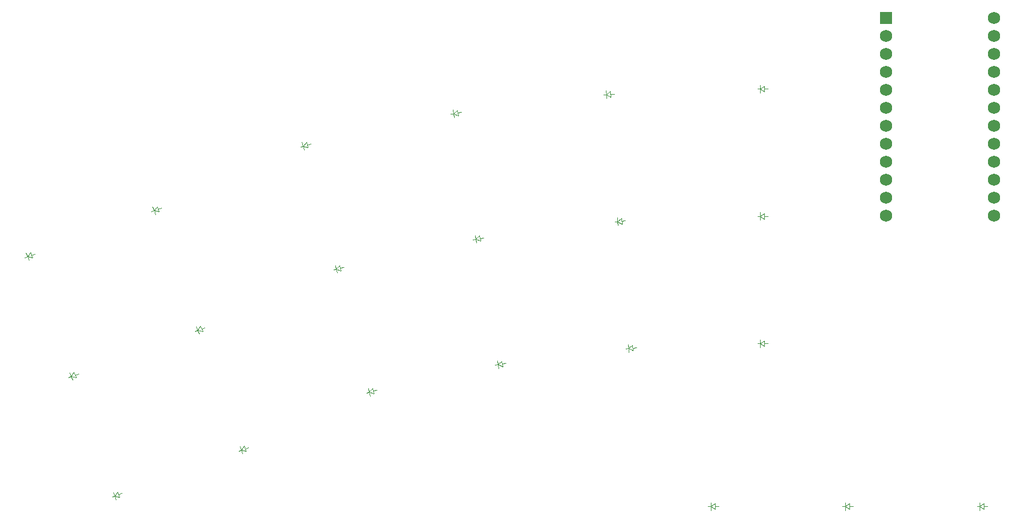
<source format=gbr>
%TF.GenerationSoftware,KiCad,Pcbnew,7.0.2*%
%TF.CreationDate,2023-07-05T19:02:59-04:00*%
%TF.ProjectId,paul,7061756c-2e6b-4696-9361-645f70636258,v1.0.0*%
%TF.SameCoordinates,Original*%
%TF.FileFunction,Legend,Bot*%
%TF.FilePolarity,Positive*%
%FSLAX46Y46*%
G04 Gerber Fmt 4.6, Leading zero omitted, Abs format (unit mm)*
G04 Created by KiCad (PCBNEW 7.0.2) date 2023-07-05 19:02:59*
%MOMM*%
%LPD*%
G01*
G04 APERTURE LIST*
%ADD10C,0.100000*%
%ADD11R,1.752600X1.752600*%
%ADD12C,1.752600*%
G04 APERTURE END LIST*
D10*
%TO.C,D1*%
X98464431Y-130294381D02*
X98934277Y-130123371D01*
X98601239Y-130670258D02*
X97900616Y-130499593D01*
X98327623Y-129918504D02*
X98601239Y-130670258D01*
X97900616Y-130499593D02*
X98327623Y-129918504D01*
X97900616Y-130499593D02*
X98088727Y-131016424D01*
X97900616Y-130499593D02*
X97712505Y-129982762D01*
X97524739Y-130636401D02*
X97900616Y-130499593D01*
%TO.C,D2*%
X92308067Y-113379908D02*
X92777913Y-113208898D01*
X92444875Y-113755785D02*
X91744252Y-113585120D01*
X92171259Y-113004031D02*
X92444875Y-113755785D01*
X91744252Y-113585120D02*
X92171259Y-113004031D01*
X91744252Y-113585120D02*
X91932363Y-114101951D01*
X91744252Y-113585120D02*
X91556141Y-113068289D01*
X91368375Y-113721928D02*
X91744252Y-113585120D01*
%TO.C,D3*%
X86151702Y-96465443D02*
X86621548Y-96294433D01*
X86288510Y-96841320D02*
X85587887Y-96670655D01*
X86014894Y-96089566D02*
X86288510Y-96841320D01*
X85587887Y-96670655D02*
X86014894Y-96089566D01*
X85587887Y-96670655D02*
X85775998Y-97187486D01*
X85587887Y-96670655D02*
X85399776Y-96153824D01*
X85212010Y-96807463D02*
X85587887Y-96670655D01*
%TO.C,D4*%
X116318589Y-123795991D02*
X116788435Y-123624981D01*
X116455397Y-124171868D02*
X115754774Y-124001203D01*
X116181781Y-123420114D02*
X116455397Y-124171868D01*
X115754774Y-124001203D02*
X116181781Y-123420114D01*
X115754774Y-124001203D02*
X115942885Y-124518034D01*
X115754774Y-124001203D02*
X115566663Y-123484372D01*
X115378897Y-124138011D02*
X115754774Y-124001203D01*
%TO.C,D5*%
X110162228Y-106881526D02*
X110632074Y-106710516D01*
X110299036Y-107257403D02*
X109598413Y-107086738D01*
X110025420Y-106505649D02*
X110299036Y-107257403D01*
X109598413Y-107086738D02*
X110025420Y-106505649D01*
X109598413Y-107086738D02*
X109786524Y-107603569D01*
X109598413Y-107086738D02*
X109410302Y-106569907D01*
X109222536Y-107223546D02*
X109598413Y-107086738D01*
%TO.C,D6*%
X104005862Y-89967055D02*
X104475708Y-89796045D01*
X104142670Y-90342932D02*
X103442047Y-90172267D01*
X103869054Y-89591178D02*
X104142670Y-90342932D01*
X103442047Y-90172267D02*
X103869054Y-89591178D01*
X103442047Y-90172267D02*
X103630158Y-90689098D01*
X103442047Y-90172267D02*
X103253936Y-89655436D01*
X103066170Y-90309075D02*
X103442047Y-90172267D01*
%TO.C,D7*%
X133421944Y-115917782D02*
X133808314Y-115814255D01*
X133808314Y-115814255D02*
X133665963Y-115282995D01*
X133808314Y-115814255D02*
X133950664Y-116345514D01*
X133808314Y-115814255D02*
X134284342Y-115272593D01*
X134284342Y-115272593D02*
X134491397Y-116045334D01*
X134491397Y-116045334D02*
X133808314Y-115814255D01*
X134387869Y-115658963D02*
X134870832Y-115529554D01*
%TO.C,D8*%
X129729122Y-98272303D02*
X130212085Y-98142894D01*
X129832650Y-98658674D02*
X129149567Y-98427595D01*
X129625595Y-97885933D02*
X129832650Y-98658674D01*
X129149567Y-98427595D02*
X129625595Y-97885933D01*
X129149567Y-98427595D02*
X129291917Y-98958854D01*
X129149567Y-98427595D02*
X129007216Y-97896335D01*
X128763197Y-98531122D02*
X129149567Y-98427595D01*
%TO.C,D9*%
X125070379Y-80885634D02*
X125553342Y-80756225D01*
X125173907Y-81272005D02*
X124490824Y-81040926D01*
X124966852Y-80499264D02*
X125173907Y-81272005D01*
X124490824Y-81040926D02*
X124966852Y-80499264D01*
X124490824Y-81040926D02*
X124633174Y-81572185D01*
X124490824Y-81040926D02*
X124348473Y-80509666D01*
X124104454Y-81144453D02*
X124490824Y-81040926D01*
%TO.C,D10*%
X152578141Y-111823034D02*
X153070545Y-111736210D01*
X152647600Y-112216957D02*
X151987256Y-111927223D01*
X152508682Y-111429111D02*
X152647600Y-112216957D01*
X151987256Y-111927223D02*
X152508682Y-111429111D01*
X151987256Y-111927223D02*
X152082763Y-112468867D01*
X151987256Y-111927223D02*
X151891750Y-111385579D01*
X151593333Y-111996682D02*
X151987256Y-111927223D01*
%TO.C,D11*%
X149452479Y-94096496D02*
X149944883Y-94009672D01*
X149521938Y-94490419D02*
X148861594Y-94200685D01*
X149383020Y-93702573D02*
X149521938Y-94490419D01*
X148861594Y-94200685D02*
X149383020Y-93702573D01*
X148861594Y-94200685D02*
X148957101Y-94742329D01*
X148861594Y-94200685D02*
X148766088Y-93659041D01*
X148467671Y-94270144D02*
X148861594Y-94200685D01*
%TO.C,D12*%
X146326806Y-76369952D02*
X146819210Y-76283128D01*
X146396265Y-76763875D02*
X145735921Y-76474141D01*
X146257347Y-75976029D02*
X146396265Y-76763875D01*
X145735921Y-76474141D02*
X146257347Y-75976029D01*
X145735921Y-76474141D02*
X145831428Y-77015785D01*
X145735921Y-76474141D02*
X145640415Y-75932497D01*
X145341998Y-76543600D02*
X145735921Y-76474141D01*
%TO.C,D13*%
X171033527Y-109587080D02*
X171531624Y-109543502D01*
X171068389Y-109985558D02*
X170435810Y-109639374D01*
X170998664Y-109188602D02*
X171068389Y-109985558D01*
X170435810Y-109639374D02*
X170998664Y-109188602D01*
X170435810Y-109639374D02*
X170483746Y-110187281D01*
X170435810Y-109639374D02*
X170387874Y-109091466D01*
X170037332Y-109674236D02*
X170435810Y-109639374D01*
%TO.C,D14*%
X169464719Y-91655575D02*
X169962816Y-91611997D01*
X169499581Y-92054053D02*
X168867002Y-91707869D01*
X169429856Y-91257097D02*
X169499581Y-92054053D01*
X168867002Y-91707869D02*
X169429856Y-91257097D01*
X168867002Y-91707869D02*
X168914938Y-92255776D01*
X168867002Y-91707869D02*
X168819066Y-91159961D01*
X168468524Y-91742731D02*
X168867002Y-91707869D01*
%TO.C,D15*%
X167895916Y-73724073D02*
X168394013Y-73680495D01*
X167930778Y-74122551D02*
X167298199Y-73776367D01*
X167861053Y-73325595D02*
X167930778Y-74122551D01*
X167298199Y-73776367D02*
X167861053Y-73325595D01*
X167298199Y-73776367D02*
X167346135Y-74324274D01*
X167298199Y-73776367D02*
X167250263Y-73228459D01*
X166899721Y-73811229D02*
X167298199Y-73776367D01*
%TO.C,D16*%
X189613546Y-108968133D02*
X190113546Y-108968133D01*
X189613546Y-109368133D02*
X189013546Y-108968133D01*
X189613546Y-108568133D02*
X189613546Y-109368133D01*
X189013546Y-108968133D02*
X189613546Y-108568133D01*
X189013546Y-108968133D02*
X189013546Y-109518133D01*
X189013546Y-108968133D02*
X189013546Y-108418133D01*
X188613546Y-108968133D02*
X189013546Y-108968133D01*
%TO.C,D17*%
X189613549Y-90968133D02*
X190113549Y-90968133D01*
X189613549Y-91368133D02*
X189013549Y-90968133D01*
X189613549Y-90568133D02*
X189613549Y-91368133D01*
X189013549Y-90968133D02*
X189613549Y-90568133D01*
X189013549Y-90968133D02*
X189013549Y-91518133D01*
X189013549Y-90968133D02*
X189013549Y-90418133D01*
X188613549Y-90968133D02*
X189013549Y-90968133D01*
%TO.C,D18*%
X189613551Y-72968133D02*
X190113551Y-72968133D01*
X189613551Y-73368133D02*
X189013551Y-72968133D01*
X189613551Y-72568133D02*
X189613551Y-73368133D01*
X189013551Y-72968133D02*
X189613551Y-72568133D01*
X189013551Y-72968133D02*
X189013551Y-73518133D01*
X189013551Y-72968133D02*
X189013551Y-72418133D01*
X188613551Y-72968133D02*
X189013551Y-72968133D01*
%TO.C,D19*%
X182613550Y-131968134D02*
X183113550Y-131968134D01*
X182613550Y-132368134D02*
X182013550Y-131968134D01*
X182613550Y-131568134D02*
X182613550Y-132368134D01*
X182013550Y-131968134D02*
X182613550Y-131568134D01*
X182013550Y-131968134D02*
X182013550Y-132518134D01*
X182013550Y-131968134D02*
X182013550Y-131418134D01*
X181613550Y-131968134D02*
X182013550Y-131968134D01*
%TO.C,D20*%
X201613549Y-131968138D02*
X202113549Y-131968138D01*
X201613549Y-132368138D02*
X201013549Y-131968138D01*
X201613549Y-131568138D02*
X201613549Y-132368138D01*
X201013549Y-131968138D02*
X201613549Y-131568138D01*
X201013549Y-131968138D02*
X201013549Y-132518138D01*
X201013549Y-131968138D02*
X201013549Y-131418138D01*
X200613549Y-131968138D02*
X201013549Y-131968138D01*
%TO.C,D21*%
X220613552Y-131968130D02*
X221113552Y-131968130D01*
X220613552Y-132368130D02*
X220013552Y-131968130D01*
X220613552Y-131568130D02*
X220613552Y-132368130D01*
X220013552Y-131968130D02*
X220613552Y-131568130D01*
X220013552Y-131968130D02*
X220013552Y-132518130D01*
X220013552Y-131968130D02*
X220013552Y-131418130D01*
X219613552Y-131968130D02*
X220013552Y-131968130D01*
%TD*%
D11*
%TO.C,MCU1*%
X206743550Y-62998131D03*
D12*
X206743550Y-65538131D03*
X206743550Y-68078131D03*
X206743550Y-70618131D03*
X206743550Y-73158131D03*
X206743550Y-75698131D03*
X206743550Y-78238131D03*
X206743550Y-80778131D03*
X206743550Y-83318131D03*
X206743550Y-85858131D03*
X206743550Y-88398131D03*
X206743550Y-90938131D03*
X221983550Y-62998131D03*
X221983550Y-65538131D03*
X221983550Y-68078131D03*
X221983550Y-70618131D03*
X221983550Y-73158131D03*
X221983550Y-75698131D03*
X221983550Y-78238131D03*
X221983550Y-80778131D03*
X221983550Y-83318131D03*
X221983550Y-85858131D03*
X221983550Y-88398131D03*
X221983550Y-90938131D03*
%TD*%
M02*

</source>
